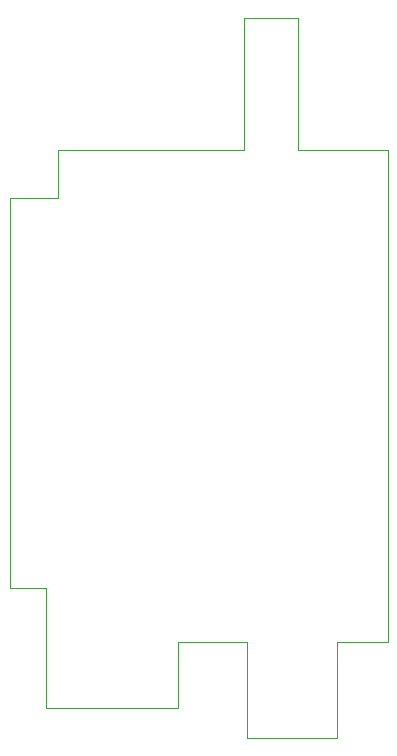
<source format=gbr>
%TF.GenerationSoftware,KiCad,Pcbnew,7.0.11-2.fc39*%
%TF.CreationDate,2024-04-30T19:09:02-04:00*%
%TF.ProjectId,OS42Mini,4f533432-4d69-46e6-992e-6b696361645f,rev?*%
%TF.SameCoordinates,Original*%
%TF.FileFunction,Profile,NP*%
%FSLAX46Y46*%
G04 Gerber Fmt 4.6, Leading zero omitted, Abs format (unit mm)*
G04 Created by KiCad (PCBNEW 7.0.11-2.fc39) date 2024-04-30 19:09:02*
%MOMM*%
%LPD*%
G01*
G04 APERTURE LIST*
%TA.AperFunction,Profile*%
%ADD10C,0.050000*%
%TD*%
G04 APERTURE END LIST*
D10*
X136144000Y-84836000D02*
X151892000Y-84836000D01*
X146304000Y-126492000D02*
X146304000Y-132080000D01*
X152146000Y-134620000D02*
X159766000Y-134620000D01*
X132080000Y-88900000D02*
X136144000Y-88900000D01*
X136144000Y-88900000D02*
X136144000Y-84836000D01*
X152146000Y-126492000D02*
X152146000Y-134620000D01*
X135128000Y-132080000D02*
X135128000Y-121920000D01*
X164084000Y-84836000D02*
X164084000Y-107188000D01*
X156464000Y-73660000D02*
X156464000Y-84836000D01*
X151892000Y-84836000D02*
X151892000Y-73660000D01*
X146304000Y-126492000D02*
X152146000Y-126492000D01*
X159766000Y-126492000D02*
X164084000Y-126492000D01*
X135128000Y-121920000D02*
X132080000Y-121920000D01*
X132080000Y-121920000D02*
X132080000Y-88900000D01*
X146304000Y-132080000D02*
X135128000Y-132080000D01*
X151892000Y-73660000D02*
X156464000Y-73660000D01*
X164084000Y-107188000D02*
X164084000Y-126492000D01*
X156464000Y-84836000D02*
X164084000Y-84836000D01*
X159766000Y-134620000D02*
X159766000Y-126492000D01*
M02*

</source>
